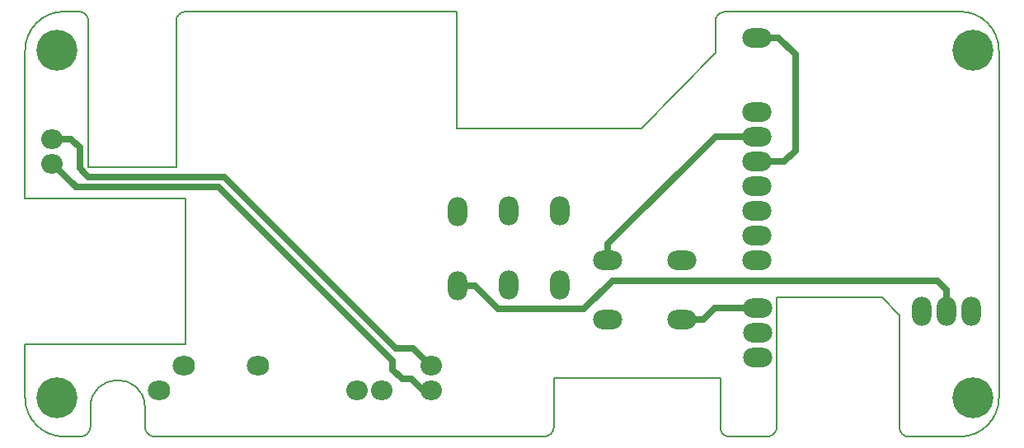
<source format=gbl>
%TF.GenerationSoftware,KiCad,Pcbnew,(5.0.0)*%
%TF.CreationDate,2019-07-04T13:56:56+02:00*%
%TF.ProjectId,Gnu vario V1.10,476E7520766172696F2056312E31302E,V 1.4*%
%TF.SameCoordinates,Original*%
%TF.FileFunction,Copper,L2,Bot,Signal*%
%TF.FilePolarity,Positive*%
%FSLAX46Y46*%
G04 Gerber Fmt 4.6, Leading zero omitted, Abs format (unit mm)*
G04 Created by KiCad (PCBNEW (5.0.0)) date 07/04/19 13:56:56*
%MOMM*%
%LPD*%
G01*
G04 APERTURE LIST*
%ADD10C,0.150000*%
%ADD11O,3.000000X2.000000*%
%ADD12O,2.200000X2.000000*%
%ADD13C,4.200000*%
%ADD14O,2.300000X2.000000*%
%ADD15O,2.000000X3.000000*%
%ADD16C,0.700000*%
G04 APERTURE END LIST*
D10*
X162700000Y-95300000D02*
X173500000Y-95300000D01*
X162700000Y-108600000D02*
G75*
G02X161700000Y-109600000I-1000000J0D01*
G01*
X176200000Y-109600000D02*
G75*
G02X175300000Y-108700000I0J900000D01*
G01*
X175300000Y-97100000D02*
X175300000Y-108700000D01*
X173500000Y-95300000D02*
X175300000Y-97100000D01*
X162700000Y-95300000D02*
X162700000Y-108600000D01*
X157800000Y-109600000D02*
G75*
G02X156900000Y-108700000I0J900000D01*
G01*
X85500000Y-69900000D02*
X85500000Y-85100000D01*
X102000000Y-100100000D02*
X85500000Y-100100000D01*
X102000000Y-85100000D02*
X102000000Y-100100000D01*
X101000000Y-85100000D02*
X102000000Y-85100000D01*
X101000000Y-85100000D02*
X85500000Y-85100000D01*
X148800000Y-77900000D02*
X156400000Y-70100000D01*
X129800000Y-77900000D02*
X148800000Y-77900000D01*
X129800000Y-65900000D02*
X129800000Y-77900000D01*
X157800000Y-109600000D02*
X161700000Y-109600000D01*
X175700000Y-65900000D02*
X162400000Y-65900000D01*
X162400000Y-65900000D02*
X157400000Y-65900000D01*
X156402857Y-66600886D02*
G75*
G02X157400000Y-65900000I952331J-295115D01*
G01*
X156400000Y-66600000D02*
X156400000Y-70100000D01*
X98800000Y-109600000D02*
G75*
G02X97800000Y-108600000I0J1000000D01*
G01*
X92198215Y-108600000D02*
G75*
G02X91198215Y-109600000I-1000000J0D01*
G01*
X92198215Y-106600000D02*
G75*
G02X97800000Y-106500000I2801785J0D01*
G01*
X97800000Y-108600000D02*
X97800000Y-106500000D01*
X92200000Y-108600000D02*
X92198215Y-106600000D01*
X139800000Y-108600000D02*
G75*
G02X138800000Y-109600000I-1000000J0D01*
G01*
X101000000Y-66900000D02*
G75*
G02X102000000Y-65900000I1000000J0D01*
G01*
X91000000Y-65900000D02*
G75*
G02X92000000Y-66900000I0J-1000000D01*
G01*
X85500000Y-69900000D02*
G75*
G02X89500000Y-65900000I4000000J0D01*
G01*
X89500000Y-109600000D02*
G75*
G02X85500000Y-105600000I0J4000000D01*
G01*
X185500000Y-105600000D02*
G75*
G02X181500000Y-109600000I-4000000J0D01*
G01*
X181500000Y-65900000D02*
G75*
G02X185500000Y-69900000I0J-4000000D01*
G01*
X156900000Y-103600000D02*
X139800000Y-103600000D01*
X139800000Y-103600000D02*
X139800000Y-108600000D01*
X156900000Y-108700000D02*
X156900000Y-103600000D01*
X138800000Y-109600000D02*
X98800000Y-109600000D01*
X181500000Y-109600000D02*
X176200000Y-109600000D01*
X185500000Y-69900000D02*
X185500000Y-105600000D01*
X175700000Y-65900000D02*
X181500000Y-65900000D01*
X102000000Y-65900000D02*
X129800000Y-65900000D01*
X101000000Y-81900000D02*
X101000000Y-66900000D01*
X92000000Y-81900000D02*
X101000000Y-81900000D01*
X92000000Y-66900000D02*
X92000000Y-81900000D01*
X89500000Y-65900000D02*
X91000000Y-65900000D01*
X85500000Y-105600000D02*
X85500000Y-100100000D01*
X91200000Y-109600000D02*
X89500000Y-109600000D01*
D11*
X160660000Y-88920000D03*
X160660000Y-86380000D03*
X160660000Y-91460000D03*
X160660000Y-81300000D03*
X160660000Y-78760000D03*
X160660000Y-83840000D03*
X160660000Y-76220000D03*
X160660000Y-68600000D03*
D12*
X88260000Y-81580000D03*
X88260000Y-79040000D03*
D13*
X88800000Y-105600000D03*
X88800000Y-69900000D03*
X182800000Y-69900000D03*
X182800000Y-105600000D03*
D12*
X127184546Y-102334532D03*
X127184546Y-104874532D03*
D14*
X99244546Y-104884532D03*
D12*
X122104546Y-104874532D03*
X119564546Y-104874532D03*
D14*
X109404546Y-102334532D03*
X101784546Y-102334532D03*
D11*
X160700000Y-96420000D03*
X160700000Y-101500000D03*
X160700000Y-98960000D03*
X152950000Y-97570000D03*
X145330000Y-97570000D03*
X152950000Y-91510000D03*
X145330000Y-91510000D03*
D15*
X140390000Y-94040000D03*
X140390000Y-86420000D03*
X135130000Y-94040000D03*
X135130000Y-86420000D03*
X129890000Y-94070000D03*
X129890000Y-86450000D03*
X177580000Y-96740000D03*
X180120000Y-96740000D03*
X182660000Y-96740000D03*
D16*
X158500000Y-96420000D02*
X158500000Y-96420000D01*
X155150000Y-97570000D02*
X156300000Y-96420000D01*
X156300000Y-96420000D02*
X158500000Y-96420000D01*
X155150000Y-97570000D02*
X155150000Y-97570000D01*
X152950000Y-97570000D02*
X155150000Y-97570000D01*
X158500000Y-96420000D02*
X160700000Y-96420000D01*
X163460000Y-81340000D02*
X163460000Y-81340000D01*
X163460000Y-81340000D02*
X160500000Y-81340000D01*
X164600000Y-80200000D02*
X163460000Y-81340000D01*
X164600000Y-70340000D02*
X164600000Y-80200000D01*
X162860000Y-68600000D02*
X164600000Y-70340000D01*
X160660000Y-68600000D02*
X162860000Y-68600000D01*
X129890000Y-94070000D02*
X131590000Y-94070000D01*
X180120000Y-94540000D02*
X179180000Y-93600000D01*
X131670000Y-94070000D02*
X129890000Y-94070000D01*
X180120000Y-96740000D02*
X180120000Y-94540000D01*
X179180000Y-93600000D02*
X145800000Y-93600000D01*
X145800000Y-93600000D02*
X142900000Y-96500000D01*
X142900000Y-96500000D02*
X134100000Y-96500000D01*
X134100000Y-96500000D02*
X131670000Y-94070000D01*
X145330000Y-89810000D02*
X145330000Y-91510000D01*
X156380000Y-78760000D02*
X145330000Y-89810000D01*
X160660000Y-78760000D02*
X156380000Y-78760000D01*
X91699692Y-82625010D02*
X91100000Y-82025318D01*
X90240000Y-79040000D02*
X88260000Y-79040000D01*
X91100000Y-82025318D02*
X91100000Y-79900000D01*
X91100000Y-79900000D02*
X90240000Y-79040000D01*
X91699692Y-82625010D02*
X91725010Y-82625010D01*
X92000000Y-82900000D02*
X105950014Y-82900000D01*
X91725010Y-82625010D02*
X92000000Y-82900000D01*
X125300000Y-100549986D02*
X123600000Y-100549986D01*
X127084546Y-102334532D02*
X125300000Y-100549986D01*
X127184546Y-102334532D02*
X127084546Y-102334532D01*
X123600000Y-100549986D02*
X105950014Y-82900000D01*
X88360000Y-81580000D02*
X88260000Y-81580000D01*
X90700010Y-83900010D02*
X90425020Y-83625020D01*
X105362026Y-83900010D02*
X90700010Y-83900010D01*
X127184546Y-104874532D02*
X126336548Y-104874532D01*
X126336548Y-104874532D02*
X125162016Y-103700000D01*
X125162016Y-103700000D02*
X124210014Y-103700000D01*
X90405020Y-83625020D02*
X88360000Y-81580000D01*
X90425020Y-83625020D02*
X90405020Y-83625020D01*
X124210014Y-103700000D02*
X123254547Y-102744533D01*
X123254547Y-102744533D02*
X123254547Y-101792531D01*
X123254547Y-101792531D02*
X105362026Y-83900010D01*
M02*

</source>
